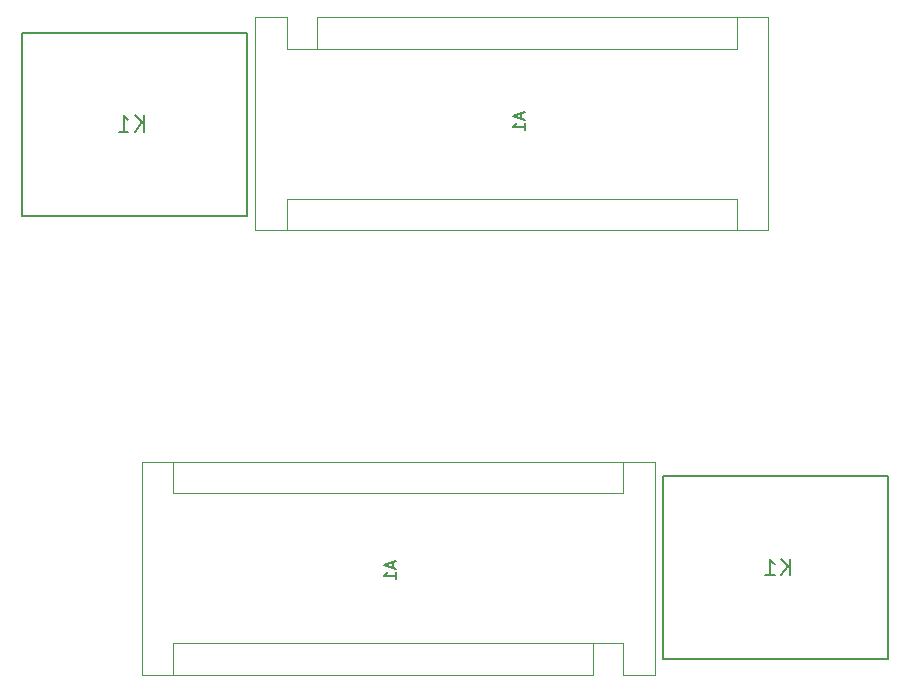
<source format=gbr>
%TF.GenerationSoftware,KiCad,Pcbnew,(6.0.0)*%
%TF.CreationDate,2022-01-31T19:39:53+07:00*%
%TF.ProjectId,eggmodel_V1.1,6567676d-6f64-4656-9c5f-56312e312e6b,rev?*%
%TF.SameCoordinates,Original*%
%TF.FileFunction,Legend,Bot*%
%TF.FilePolarity,Positive*%
%FSLAX46Y46*%
G04 Gerber Fmt 4.6, Leading zero omitted, Abs format (unit mm)*
G04 Created by KiCad (PCBNEW (6.0.0)) date 2022-01-31 19:39:53*
%MOMM*%
%LPD*%
G01*
G04 APERTURE LIST*
%ADD10C,0.150000*%
%ADD11C,0.127000*%
%ADD12C,0.120000*%
G04 APERTURE END LIST*
D10*
%TO.C,K1*%
X98113333Y-63033333D02*
X98113333Y-61633333D01*
X97313333Y-63033333D02*
X97913333Y-62233333D01*
X97313333Y-61633333D02*
X98113333Y-62433333D01*
X95980000Y-63033333D02*
X96780000Y-63033333D01*
X96380000Y-63033333D02*
X96380000Y-61633333D01*
X96513333Y-61833333D01*
X96646666Y-61966666D01*
X96780000Y-62033333D01*
%TO.C,A1*%
X130056666Y-61465714D02*
X130056666Y-61941904D01*
X130342380Y-61370476D02*
X129342380Y-61703809D01*
X130342380Y-62037142D01*
X130342380Y-62894285D02*
X130342380Y-62322857D01*
X130342380Y-62608571D02*
X129342380Y-62608571D01*
X129485238Y-62513333D01*
X129580476Y-62418095D01*
X129628095Y-62322857D01*
%TO.C,K1*%
X152823333Y-100613333D02*
X152823333Y-99213333D01*
X152023333Y-100613333D02*
X152623333Y-99813333D01*
X152023333Y-99213333D02*
X152823333Y-100013333D01*
X150690000Y-100613333D02*
X151490000Y-100613333D01*
X151090000Y-100613333D02*
X151090000Y-99213333D01*
X151223333Y-99413333D01*
X151356666Y-99546666D01*
X151490000Y-99613333D01*
%TO.C,A1*%
X119146666Y-99485714D02*
X119146666Y-99961904D01*
X119432380Y-99390476D02*
X118432380Y-99723809D01*
X119432380Y-100057142D01*
X119432380Y-100914285D02*
X119432380Y-100342857D01*
X119432380Y-100628571D02*
X118432380Y-100628571D01*
X118575238Y-100533333D01*
X118670476Y-100438095D01*
X118718095Y-100342857D01*
D11*
%TO.C,K1*%
X87810000Y-70170000D02*
X106810000Y-70170000D01*
X106810000Y-70170000D02*
X106810000Y-54670000D01*
X87810000Y-54670000D02*
X87810000Y-70170000D01*
X106810000Y-54670000D02*
X87810000Y-54670000D01*
D12*
%TO.C,A1*%
X150940000Y-53350000D02*
X150940000Y-71390000D01*
X112710000Y-56020000D02*
X112710000Y-53350000D01*
X150940000Y-71390000D02*
X107500000Y-71390000D01*
X110170000Y-68720000D02*
X110170000Y-71390000D01*
X110170000Y-56020000D02*
X110170000Y-53350000D01*
X148270000Y-68720000D02*
X148270000Y-71390000D01*
X107500000Y-53350000D02*
X110170000Y-53350000D01*
X107500000Y-71390000D02*
X107500000Y-53350000D01*
X110170000Y-68720000D02*
X148270000Y-68720000D01*
X112710000Y-56020000D02*
X110170000Y-56020000D01*
X112710000Y-56020000D02*
X148270000Y-56020000D01*
X112710000Y-53350000D02*
X150940000Y-53350000D01*
X148270000Y-56020000D02*
X148270000Y-53350000D01*
D11*
%TO.C,K1*%
X161060000Y-107710000D02*
X161060000Y-92210000D01*
X142060000Y-107710000D02*
X161060000Y-107710000D01*
X142060000Y-92210000D02*
X142060000Y-107710000D01*
X161060000Y-92210000D02*
X142060000Y-92210000D01*
D12*
%TO.C,A1*%
X141370000Y-90990000D02*
X141370000Y-109030000D01*
X97930000Y-90990000D02*
X141370000Y-90990000D01*
X97930000Y-109030000D02*
X97930000Y-90990000D01*
X100600000Y-106360000D02*
X100600000Y-109030000D01*
X136160000Y-106360000D02*
X100600000Y-106360000D01*
X136160000Y-106360000D02*
X136160000Y-109030000D01*
X100600000Y-93660000D02*
X100600000Y-90990000D01*
X138700000Y-93660000D02*
X100600000Y-93660000D01*
X138700000Y-93660000D02*
X138700000Y-90990000D01*
X141370000Y-109030000D02*
X138700000Y-109030000D01*
X136160000Y-109030000D02*
X97930000Y-109030000D01*
X138700000Y-106360000D02*
X138700000Y-109030000D01*
X136160000Y-106360000D02*
X138700000Y-106360000D01*
%TD*%
M02*

</source>
